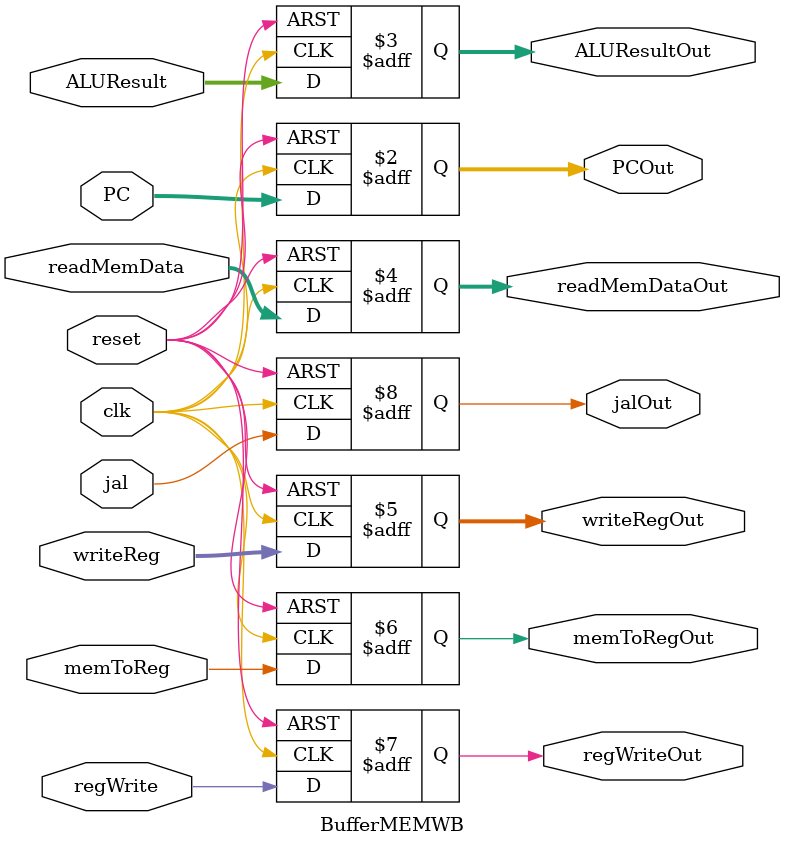
<source format=v>
`timescale 1ns / 1ps

module BufferIFID (
    input wire clk,
    input wire reset,
    input wire stall,

    input wire [31:0] instruction,
    input wire [31:0] PC,

    input wire branchPredict,

    output reg [31:0] instructionOut,
    output reg [31:0] PCOut,

    output reg branchPredictOut
);

  always @(negedge clk, posedge reset) begin
    if (reset) begin
      instructionOut   = {32{1'b1}};
      PCOut            = {32{1'b1}};

      branchPredictOut = 1'b0;
    end else if (!stall) begin
      instructionOut   = instruction;
      PCOut            = PC;

      branchPredictOut = branchPredict;
    end
  end

endmodule

module BufferIDEX (
    input wire clk,
    input wire reset,
    input wire stall,

    input wire [31:0] PC,
    input wire [31:0] instruction,

    input wire branchPredict,

    input wire regDst,
    input wire ALUSrc,
    input wire memToReg,
    input wire regWrite,
    input wire memRead,
    input wire memWrite,

    input wire beq,
    input wire bne,

    input wire        jump,
    input wire        jal,
    input wire [31:0] jumpAddr,

    input wire [3:0] ALUCtr,

    input wire [31:0] readReg1,
    input wire [31:0] readReg2,

    input wire [31:0] immediate,

    output reg [31:0] PCOut,
    output reg [31:0] instructionOut,

    output reg branchPredictOut,

    output reg regDstOut,
    output reg ALUSrcOut,
    output reg memToRegOut,
    output reg regWriteOut,
    output reg memReadOut,
    output reg memWriteOut,

    output reg beqOut,
    output reg bneOut,

    output reg        jumpOut,
    output reg        jalOut,
    output reg [31:0] jumpAddrOut,

    output reg [3:0] ALUCtrOut,

    output reg [31:0] readReg1Out,
    output reg [31:0] readReg2Out,

    output reg [31:0] immediateOut
);

  always @(negedge clk, posedge reset) begin
    if (reset) begin
      PCOut            = {32{1'b1}};
      instructionOut   = {32{1'b1}};

      branchPredictOut = 1'b0;

      regDstOut        = 1'b0;
      ALUSrcOut        = 1'b0;
      memToRegOut      = 1'b0;
      regWriteOut      = 1'b0;
      memReadOut       = 1'b0;
      memWriteOut      = 1'b0;

      beqOut           = 1'b0;
      bneOut           = 1'b0;

      jumpOut          = 1'b0;
      jalOut           = 1'b0;
      jumpAddrOut      = 32'b0;

      ALUCtrOut        = 4'b0;

      readReg1Out      = 32'b0;
      readReg2Out      = 32'b0;

      immediateOut     = 32'b0;
    end else if (!stall) begin
      PCOut            = PC;
      instructionOut   = instruction;

      branchPredictOut = branchPredict;

      regDstOut        = regDst;
      ALUSrcOut        = ALUSrc;
      memToRegOut      = memToReg;
      regWriteOut      = regWrite;
      memReadOut       = memRead;
      memWriteOut      = memWrite;

      beqOut           = beq;
      bneOut           = bne;

      jumpOut          = jump;
      jalOut           = jal;
      jumpAddrOut      = jumpAddr;

      ALUCtrOut        = ALUCtr;

      readReg1Out      = readReg1;
      readReg2Out      = readReg2;

      immediateOut     = immediate;
    end
  end

endmodule

module BufferEXMEM (
    input wire clk,
    input wire reset,
    input wire flush,

    input wire [31:0] PC,

    input wire [31:0] ALUResult,

    input wire [31:0] readReg2,
    input wire [ 4:0] writeReg,
    input wire        memToReg,
    input wire        regWrite,
    input wire        memRead,
    input wire        memWrite,

    input wire        branch,
    input wire [31:0] branchAddr,
    input wire        predictCorrect,

    input wire jal,

    output reg [31:0] PCOut,

    output reg [31:0] ALUResultOut,

    output reg [31:0] readReg2Out,
    output reg [ 4:0] writeRegOut,
    output reg        memToRegOut,
    output reg        regWriteOut,
    output reg        memReadOut,
    output reg        memWriteOut,

    output reg        branchOut,
    output reg [31:0] branchAddrOut,
    output reg        predictCorrectOut,

    output reg jalOut
);

  always @(negedge clk, posedge reset) begin
    if (reset || flush) begin
      PCOut             = {32{1'b1}};

      ALUResultOut      = 32'b0;

      readReg2Out       = 32'b0;
      writeRegOut       = 5'b0;
      memToRegOut       = 1'b0;
      regWriteOut       = 1'b0;
      memReadOut        = 1'b0;
      memWriteOut       = 1'b0;

      branchOut         = 1'b0;
      branchAddrOut     = 32'b0;
      predictCorrectOut = 1'b1;

      jalOut            = 1'b0;
    end else begin
      PCOut             = PC;

      ALUResultOut      = ALUResult;

      readReg2Out       = readReg2;
      writeRegOut       = writeReg;
      memToRegOut       = memToReg;
      regWriteOut       = regWrite;
      memReadOut        = memRead;
      memWriteOut       = memWrite;

      branchOut         = branch;
      branchAddrOut     = branchAddr;
      predictCorrectOut = predictCorrect;

      jalOut            = jal;
    end
  end

endmodule

module BufferMEMWB (
    input wire clk,
    input wire reset,

    input wire [31:0] PC,

    input wire [31:0] ALUResult,
    input wire [31:0] readMemData,
    input wire [ 4:0] writeReg,
    input wire        memToReg,
    input wire        regWrite,
    input wire        jal,

    output reg [31:0] PCOut,

    output reg [31:0] ALUResultOut,
    output reg [31:0] readMemDataOut,
    output reg [ 4:0] writeRegOut,
    output reg        memToRegOut,
    output reg        regWriteOut,
    output reg        jalOut
);

  always @(negedge clk, posedge reset) begin
    if (reset) begin
      PCOut          = {32{1'b1}};

      ALUResultOut   = 32'b0;
      readMemDataOut = 32'b0;
      writeRegOut    = 5'b0;
      memToRegOut    = 1'b0;
      regWriteOut    = 1'b0;
      jalOut         = 1'b0;
    end else begin
      PCOut          = PC;

      ALUResultOut   = ALUResult;
      readMemDataOut = readMemData;
      writeRegOut    = writeReg;
      memToRegOut    = memToReg;
      regWriteOut    = regWrite;
      jalOut         = jal;
    end
  end

endmodule

</source>
